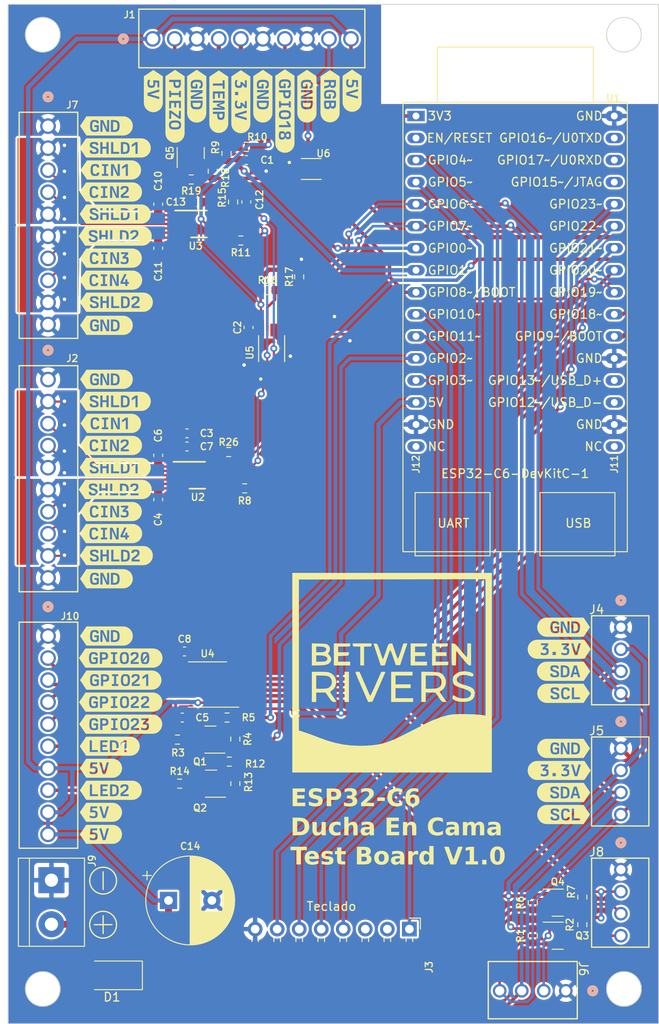
<source format=kicad_pcb>
(kicad_pcb (version 20221018) (generator pcbnew)
  (layers (0 "F.Cu" signal) (31 "B.Cu" signal) (34 "B.Paste" user) (35 "F.Paste" user) (36 "B.SilkS" user "B.Silkscreen") (37 "F.SilkS" user "F.Silkscreen") (38 "B.Mask" user) (39 "F.Mask" user) (44 "Edge.Cuts" user))
  (net 0 "")
  (net 2 "GPIO2")
  (net 3 "GPIO1")
  (net 4 "GPIO0")
  (net 5 "GPIO8")
  (net 6 "GPIO16")
  (net 7 "GPIO17")
  (net 8 "GPIO15")
  (net 9 "GPIO13")
  (net 12 "GPIO12")
  (net 13 "GPIO23")
  (net 14 "GPIO22")
  (net 15 "GPIO21")
  (net 16 "GPIO20")
  (net 17 "GPIO19")
  (net 18 "GPIO18")
  (net 19 "GPIO9")
  (net 20 "GPIO4")
  (net 21 "GPIO11")
  (net 22 "GPIO5")
  (net 23 "GPIO10")
  (net 24 "GND")
  (net 25 "+3.3V")
  (net 26 "Net-(Q1-G)")
  (net 27 "Net-(Q1-D)")
  (net 28 "Net-(Q2-G)")
  (net 29 "Net-(Q2-D)")
  (net 30 "+5V")
  (net 31 "Net-(J2-Pin_3)")
  (net 32 "Net-(J2-Pin_4)")
  (net 33 "Net-(J2-Pin_7)")
  (net 34 "Net-(J2-Pin_8)")
  (net 35 "Net-(J10-Pin_2)")
  (net 36 "Net-(J10-Pin_3)")
  (net 37 "Net-(J10-Pin_4)")
  (net 38 "Net-(J10-Pin_5)")
  (net 41 "GPIO3")
  (net 42 "LED_1")
  (net 43 "LED_2")
  (net 45 "SDA")
  (net 46 "SCL")
  (net 48 "Net-(J7-Pin_3)")
  (net 49 "Net-(J7-Pin_4)")
  (net 50 "Net-(J7-Pin_7)")
  (net 51 "Net-(J7-Pin_8)")
  (net 52 "SDA_5V")
  (net 53 "SCL_5V")
  (net 54 "SDA_1")
  (net 55 "SDA_2")
  (net 56 "SCL_2")
  (net 57 "SCL_1")
  (net 58 "Net-(D1-A)")
  (net 59 "Piezo")
  (net 60 "Net-(J1-Pin_4)")
  (net 61 "RGB")
  (net 62 "Net-(Q5-G)")
  (net 63 "/SHLD2_2")
  (net 64 "/SHLD1_2")
  (net 65 "/SHLD1_3")
  (net 66 "/SHLD2_3")
  (net 67 "GPIO")
  (footprint "kibuzzard-65B00279" (layer "F.Cu") (at 61.849 61.595)
    (fp_text reference "kibuzzard-65B00279" hide)
    (fp_text value "G***" hide)
  )
  (footprint "kibuzzard-65B002CD" (layer "F.Cu") (at 61.849 74.295)
    (fp_text reference "kibuzzard-65B002CD" hide)
    (fp_text value "G***" hide)
  )
  (footprint "Resistor_SMD:R_0603_1608Metric" (layer "F.Cu") (at 76.2 127.191 -90)
    (fp_text reference "R4")
    (fp_text value "10k")
  )
  (footprint "kibuzzard-65B133F1" (layer "F.Cu") (at 114.046 119.38)
    (fp_text reference "kibuzzard-65B133F1" hide)
    (fp_text value "G***" hide)
  )
  (footprint "Capacitor_SMD:C_0603_1608Metric" (layer "F.Cu") (at 70.625 93.472 180)
    (fp_text reference "C7")
    (fp_text value "1uF")
  )
  (footprint "Capacitor_SMD:C_0603_1608Metric" (layer "F.Cu") (at 70.091 124.714)
    (fp_text reference "C5")
    (fp_text value "100nF")
  )
  (footprint "Package_TO_SOT_SMD:SOT-23" (layer "F.Cu") (at 73.406 132.334 180)
    (fp_text reference "Q2")
    (fp_text value "2N7002")
  )
  (footprint "kibuzzard-65B0029D" (layer "F.Cu") (at 61.849 93.345)
    (fp_text reference "kibuzzard-65B0029D" hide)
    (fp_text value "G***" hide)
  )
  (footprint "Resistor_SMD:R_0603_1608Metric" (layer "F.Cu") (at 75.946 65.278 90)
    (fp_text reference "R15")
    (fp_text value "5k1")
  )
  (footprint "kibuzzard-65B00279" (layer "F.Cu") (at 61.849 90.805)
    (fp_text reference "kibuzzard-65B00279" hide)
    (fp_text value "G***" hide)
  )
  (footprint "kibuzzard-65B00E41" (layer "F.Cu") (at 81.915 54.8 -90)
    (fp_text reference "kibuzzard-65B00E41" hide)
    (fp_text value "G***" hide)
  )
  (footprint "Package_SO:TSSOP-14_4.4x5mm_P0.65mm" (layer "F.Cu") (at 72.9996 120.904 180)
    (fp_text reference "U4")
    (fp_text value "TXB0104PW")
  )
  (footprint "Resistor_SMD:R_0603_1608Metric" (layer "F.Cu") (at 69.787 132.334)
    (fp_text reference "R14")
    (fp_text value "680R")
  )
  (footprint "kibuzzard-65B0038A" (layer "F.Cu") (at 62.992 125.476)
    (fp_text reference "kibuzzard-65B0038A" hide)
    (fp_text value "G***" hide)
  )
  (footprint "Package_TO_SOT_SMD:SOT-23" (layer "F.Cu") (at 73.3275 127.254 180)
    (fp_text reference "Q1")
    (fp_text value "2N7002")
  )
  (footprint "kibuzzard-65B001B5" (layer "F.Cu") (at 89.662 52.451 -90)
    (fp_text reference "kibuzzard-65B001B5" hide)
    (fp_text value "G***" hide)
  )
  (footprint "kibuzzard-65B001B5" (layer "F.Cu") (at 60.706 135.636)
    (fp_text reference "kibuzzard-65B001B5" hide)
    (fp_text value "G***" hide)
  )
  (footprint "Capacitor_SMD:C_0603_1608Metric" (layer "F.Cu") (at 77.47 65.278 -90)
    (fp_text reference "C12")
    (fp_text value "100nF")
  )
  (footprint "kibuzzard-65B003C5" (layer "F.Cu") (at 62.992 120.396)
    (fp_text reference "kibuzzard-65B003C5" hide)
    (fp_text value "G***" hide)
  )
  (footprint "Package_TO_SOT_SMD:SOT-23" (layer "F.Cu") (at 113.3625 146.05)
    (fp_text reference "Q4")
    (fp_text value "2N7002")
  )
  (footprint "Capacitor_SMD:C_0603_1608Metric" (layer "F.Cu") (at 77.724 79.743 -90)
    (fp_text reference "C2")
    (fp_text value "100nF")
  )
  (footprint "kibuzzard-65B001C6" (layer "F.Cu") (at 79.375 53.086 -90)
    (fp_text reference "kibuzzard-65B001C6" hide)
    (fp_text value "G***" hide)
  )
  (footprint "kibuzzard-65B0025A" (layer "F.Cu") (at 62.357 66.675)
    (fp_text reference "kibuzzard-65B0025A" hide)
    (fp_text value "G***" hide)
  )
  (footprint "kibuzzard-65B133EB" (layer "F.Cu") (at 114.046 135.89)
    (fp_text reference "kibuzzard-65B133EB" hide)
    (fp_text value "G***" hide)
  )
  (footprint "kibuzzard-65B133F5" (layer "F.Cu") (at 113.538 130.81)
    (fp_text reference "kibuzzard-65B133F5" hide)
    (fp_text value "G***" hide)
  )
  (footprint "kibuzzard-65B001C6" (layer "F.Cu") (at 61.341 115.316)
    (fp_text reference "kibuzzard-65B001C6" hide)
    (fp_text value "G***" hide)
  )
  (footprint "kibuzzard-65B002B4" (layer "F.Cu") (at 62.357 98.425)
    (fp_text reference "kibuzzard-65B002B4" hide)
    (fp_text value "G***" hide)
  )
  (footprint "ducha:CONN_OSTVN10A150_OST" (layer "F.Cu") (at 54.61 115.316 -90)
    (fp_text reference "J10")
    (fp_text value "Screw_Terminal_01x10")
  )
  (footprint "Capacitor_SMD:C_0603_1608Metric" (layer "F.Cu") (at 67.31 65.532 90)
    (fp_text reference "C10")
    (fp_text value "51pF")
  )
  (footprint "kibuzzard-65B115E3" (layer "F.Cu") (at 74.295 53.721 -90)
    (fp_text reference "kibuzzard-65B115E3" hide)
    (fp_text value "G***" hide)
  )
  (footprint "kibuzzard-65B00352" (layer "F.Cu") (at 61.849 133.096)
    (fp_text reference "kibuzzard-65B00352" hide)
    (fp_text value "G***" hide)
  )
  (footprint "Resistor_SMD:R_0603_1608Metric" (layer "F.Cu") (at 79.946 75.438 180)
    (fp_text reference "R16")
    (fp_text value "5k1")
  )
  (footprint "kibuzzard-65B001C6" (layer "F.Cu") (at 61.341 85.725)
    (fp_text reference "kibuzzard-65B001C6" hide)
    (fp_text value "G***" hide)
  )
  (footprint "ducha:CONN_22-23-2041_MOL" (layer "F.Cu") (at 120.65 114.3 -90)
    (fp_text reference "J4")
    (fp_text value "Conn_01x04_Socket")
  )
  (footprint "Capacitor_SMD:C_0603_1608Metric" (layer "F.Cu") (at 77.47 60.452)
    (fp_text reference "C1")
    (fp_text value "100nF")
  )
  (footprint "Resistor_SMD:R_0603_1608Metric" (layer "F.Cu") (at 76.835 69.723 180)
    (fp_text reference "R11")
    (fp_text value "5k1")
  )
  (footprint "kibuzzard-65B003CB" (layer "F.Cu") (at 62.992 117.856)
    (fp_text reference "kibuzzard-65B003CB" hide)
    (fp_text value "G***" hide)
  )
  (footprint "Resistor_SMD:R_0603_1608Metric" (layer "F.Cu") (at 75.184 59.69 90)
    (fp_text reference "R9")
    (fp_text value "10k")
  )
  (footprint "kibuzzard-65B002CD" (layer "F.Cu") (at 61.849 103.505)
    (fp_text reference "kibuzzard-65B002CD" hide)
    (fp_text value "G***" hide)
  )
  (footprint "Resistor_SMD:R_0603_1608Metric" (layer "F.Cu") (at 69.533 127.254)
    (fp_text reference "R3")
    (fp_text value "680R")
  )
  (footprint "Package_TO_SOT_SMD:SOT-23" (layer "F.Cu") (at 71.059 59.6415 90)
    (fp_text reference "Q5")
    (fp_text value "2N7002")
  )
  (footprint "Resistor_SMD:R_0603_1608Metric" (layer "F.Cu") (at 75.438 94.107 180)
    (fp_text reference "R26")
    (fp_text value "5k1")
  )
  (footprint "kibuzzard-65B001C6" (layer "F.Cu") (at 71.75 53.086 -90)
    (fp_text reference "kibuzzard-65B001C6" hide)
    (fp_text value "G***" hide)
  )
  (footprint "ducha:bet_rivers_logo" (layer "F.Cu") (at 94.234 119.507)
    (fp_text reference "G***" hide)
    (fp_text value "LOGO" hide)
  )
  (footprint "kibuzzard-65B0025A" (layer "F.Cu") (at 62.357 95.885)
    (fp_text reference "kibuzzard-65B0025A" hide)
    (fp_text value "G***" hide)
  )
  (footprint "Resistor_SMD:R_0603_1608Metric" (layer "F.Cu") (at 116.205 148.59 90)
    (fp_text reference "R2")
    (fp_text value "10k")
  )
  (footprint "kibuzzard-65B002B4" (layer "F.Cu") (at 62.357 69.215)
    (fp_text reference "kibuzzard-65B002B4" hide)
    (fp_text value "G***" hide)
  )
  (footprint "kibuzzard-65B002B4" (layer "F.Cu") (at 62.484 76.835)
    (fp_text reference "kibuzzard-65B002B4" hide)
    (fp_text value "G***" hide)
  )
  (footprint "ducha:CONN_22-23-2041_MOL" (layer "F.Cu") (at 120.65 128.27 -90)
    (fp_text reference "J5")
    (fp_text value "Conn_01x04_Socket")
  )
  (footprint "Resistor_SMD:R_0603_1608Metric" (layer "F.Cu") (at 110.49 146.05 90)
    (fp_text reference "R6")
    (fp_text value "10k")
  )
  (footprint "kibuzzard-65B00375" (layer "F.Cu") (at 61.722 128.016)
    (fp_text reference "kibuzzard-65B00375" hide)
    (fp_text value "G***" hide)
  )
  (footprint "Resistor_SMD:R_0603_1608Metric" (layer "F.Cu") (at 83.566 73.914 90)
    (fp_text reference "R17")
    (fp_text value "5k1")
  )
  (footprint "Capacitor_THT:CP_Radial_D10.0mm_P5.00mm" (layer "F.Cu") (at 68.498323 145.796)
    (fp_text reference "C14")
    (fp_text value "C_Polarized")
  )
  (footprint "Package_TO_SOT_SMD:SOT-23" (layer "F.Cu") (at 113.3625 149.86)
    (fp_text reference "Q3")
    (fp_text value "2N7002")
  )
  (footprint "ducha:SOP50P310X90-8N" (layer "F.Cu") (at 84.955 61.48)
    (fp_text reference "U6")
    (fp_text value "TXB0102DCT")
  )
  (footprint "kibuzzard-65B115EB" (layer "F.Cu") (at 69.25 54.25 -90)
    (fp_text reference "kibuzzard-65B115EB" hide)
    (fp_text value "G***" hide)
  )
  (footprint "Connector_PinHeader_2.54mm:PinHeader_1x08_P2.54mm_Horizontal" (layer "F.Cu") (at 96.266 149.098 -90)
    (fp_text reference "J3")
    (fp_text value "Conn_01x08_Pin")
  )
  (footprint "ducha:CONN_OSTVN10A150_OST" (layer "F.Cu") (at 66.675 46.482)
    (fp_text reference "J1")
    (fp_text value "Screw_Terminal_01x10")
  )
  (footprint "Resistor_SMD:R_0603_1608Metric" (layer "F.Cu") (at 76.2 132.334 -90)
    (fp_text reference "R13")
    (fp_text value "10k")
  )
  (footprint "kibuzzard-65B001B5" (layer "F.Cu") (at 60.706 138.176)
    (fp_text reference "kibuzzard-65B001B5" hide)
    (fp_text value "G***" hide)
  )
  (footprint "kibuzzard-65B001B5" (layer "F.Cu") (at 60.706 130.556)
    (fp_text reference "kibuzzard-65B001B5" hide)
    (fp_text value "G***" hide)
  )
  (footprint "ducha:CONN_OSTVN10A150_OST" (layer "F.Cu") (at 54.61 56.5404 -90)
    (fp_text reference "J7")
    (fp_text value "Screw_Terminal_01x10")
  )
  (footprint "ducha:SOP50P490X110-10N" (layer "F.Cu") (at 80.384 82.192 90)
    (fp_text reference "U5")
    (fp_text value "TS3A24157DGSR")
  )
  (footprint "kibuzzard-65B001C6" (layer "F.Cu") (at 61.341 79.502)
    (fp_text reference "kibuzzard-65B001C6" hide)
    (fp_text value "G***" hide)
  )
  (footprint "Resistor_SMD:R_0603_1608Metric" (layer "F.Cu") (at 110.49 149.86 90)
    (fp_text reference "R1")
    (fp_text value "10k")
  )
  (footprint "Capacitor_SMD:C_0603_1608Metric" (layer "F.Cu") (at 70.625 91.948 180)
    (fp_text reference "C3")
    (fp_text value "100nF")
  )
  (footprint "Resistor_SMD:R_0603_1608Metric" (layer "F.Cu") (at 116.205 145.415 90)
    (fp_text reference "R7")
    (fp_text value "10k")
  )
  (footprint "kibuzzard-65B002B4" (layer "F.Cu") (at 62.484 106.045)
    (fp_text reference "kibuzzard-65B002B4" hide)
    (fp_text value "G***" hide)
  )
  (footprint "Resistor_SMD:R_0603_1608Metric" (layer "F.Cu") (at 73.599 61.7365 90)
    (fp_text reference "R18")
    (fp_text value "330k")
  )
  (footprint "kibuzzard-65B002E1" (layer "F.Cu") (at 61.849 100.965)
    (fp_text reference "kibuzzard-65B002E1" hide)
    (fp_text value "G***" hide)
  )
  (footprint "Capacitor_SMD:C_0603_1608Metric" (layer "F.Cu") (at 67.31 70.612 -90)
    (fp_text reference "C11")
    (fp_text value "51pF")
  )
  (footprint "kibuzzard-65B133D2" (layer "F.Cu") (at 114.046 114.3)
    (fp_text reference "kibuzzard-65B133D2" hide)
    (fp_text value "G***" hide)
  )
  (footprint "kibuzzard-65B0025A" (layer "F.Cu") (at 62.357 59.055)
    (fp_text reference "kibuzzard-65B0025A" hide)
    (fp_text value "G***" hide)
  )
  (footprint "kibuzzard-65B001C6" (layer "F.Cu") (at 61.341 56.515)
    (fp_text reference "kibuzzard-65B001C6" hide)
    (fp_text value "G***" hide)
  )
  (footprint "Resistor_SMD:R_0603_1608Metric" (layer "F.Cu") (at 77.28 98.298 180)
    (fp_text reference "R8")
    (fp_text value "5k1")
  )
  (footprint "Resistor_SMD:R_0603_1608Metric" (layer "F.Cu") (at 75.501 129.794 180)
    (fp_text reference "R12")
    (fp_text value "330k")
  )
  (footprint "Capacitor_SMD:C_0603_1608Metric" (layer "F.Cu") (at 67.31 94.488 90)
    (fp_text reference "C6")
    (fp_text value "51pF")
  )
  (footprint "ducha:DGS0010A_N" (layer "F.Cu") (at 72.009 67.818)
    (fp_text reference "U3")
    (fp_text value "FDC1004DGST")
  )
  (footprint "Resistor_SMD:R_0603_1608Metric" (layer "F.Cu") (at 77.47 58.928)
    (fp_text reference "R10")
    (fp_text value "5k1")
  )
  (footprint "PCM_Espressif:ESP32-C6-DevKitC-1" (layer "F.Cu") (at 97.028 55.372)
    (fp_text reference "U1")
    (fp_text value "ESP32-C6-DevKitC-1")
  )
  (footprint "Capacitor_SMD:C_0603_1608Metric" (layer "F.Cu") (at 67.31 99.581 -90)
    (fp_text reference "C4")
    (fp_text value "51pF")
  )
  (footprint "kibuzzard-65B133F1" (layer "F.Cu") (at 114.046 133.35)
    (fp_text reference "kibuzzard-65B133F1" hide)
    (fp_text value "G***" hide)
  )
  (footprint "Resistor_SMD:R_0603_1608Metric" (layer "F.Cu") (at 75.247 124.714 180)
    (fp_text reference "R5")
    (fp_text value "330k")
  )
  (footprint "TerminalBlock:TerminalBlock_bornier-2_P5.08mm" (layer "F.Cu") (at 55 143.46 -90)
    (fp_text reference "J9")
    (fp_text value "Screw_Terminal_01x02")
  )
  (footprint "kibuzzard-65B003BA" (layer "F.Cu") (at 62.992 122.936)
    (fp_text reference "kibuzzard-65B003BA" hide)
    (fp_text value "G***" hide)
  )
  (footprint "kibuzzard-65B002E1" (layer "F.Cu") (at 61.849 71.755)
    (fp_text reference "kibuzzard-65B002E1" hide)
    (fp_text value "G***" hide)
  )
  (footprint "kibuzzard-65B001B5" (layer "F.Cu") (at 66.75 52.5 -90)
    (fp_text reference "kibuzzard-65B001B5" hide)
    (fp_text value "G***" hide)
  )
  (footprint "ducha:CONN_22-23-2041_MOL" (layer "F.Cu") (at 120.65 142.24 -90)
    (fp_text reference "J8")
    (fp_text value "Conn_01x04_Socket")
  )
  (footprint "kibuzzard-65B0029D" (layer "F.Cu") (at 61.849 64.135)
    (fp_text reference "kibuzzard-65B0029D" hide)
    (fp_text value "G***" hide)
  )
  (footprint "kibuzzard-65B115FA" (layer "F.Cu") (at 76.835 53.721 -90)
    (fp_text reference "kibuzzard-65B115FA" hide)
    (fp_text value "G***" hide)
  )
  (footprint "Diode_SMD:D_SMA" (layer "F.Cu") (at 61.976 154.432 180)
    (fp_text reference "D1")
    (fp_text value "B140-13-F")
  )
  (footprint "kibuzzard-65B133D2" (layer "F.Cu") (at 114.046 128.27)
    (fp_text reference "kibuzzard-65B133D2" hide)
    (fp_text value "G***" hide)
  )
  (footprint "Resistor_SMD:R_0603_1608Metric" (layer "F.Cu") (at 71.122 62.6895 180)
    (fp_text reference "R19")
    (fp_text value "10k")
  )
  (footprint "kibuzzard-65B001C6" (layer "F.Cu") (at 84.455 53.086 -90)
    (fp_text reference "kibuzzard-65B001C6" hide)
    (fp_text value "G***" hide)
  )
  (footprint "kibuzzard-65B001C6" (layer "F.Cu") (at 61.341 108.712)
    (fp_text reference "kibuzzard-65B001C6" hide)
    (fp_text value "G***" hide)
  )
  (footprint "kibuzzard-65B133EB" (layer "F.Cu") (at 114.046 121.92)
    (fp_text reference "kibuzzard-65B133EB" hide)
    (fp_text value "G***" hide)
  )
  (footprint "ducha:CONN_22-23-2041_MOL" (layer "F.Cu") (at 114.3 156.21 180)
    (fp_text reference "J6")
    (fp_text value "Conn_01x04_Socket")
  )
  (footprint "ducha:DGS0010A_N" (layer "F.Cu") (at 71.815998 96.782001)
    (fp_text reference "U2")
    (fp_text value "FDC1004DGST")
  )
  (footprint "ducha:CONN_OSTVN10A150_OST" (layer "F.Cu") (at 54.61 85.7504 -90)
    (fp_text reference "J2")
    (fp_text value "Screw_Terminal_01x10")
  )
  (footprint "Capacitor_SMD:C_0603_1608Metric" (layer "F.Cu") (at 70.345 117.094)
    (fp_text reference "C8")
    (fp_text value "100nF")
  )
  (footprint "kibuzzard-65B001BD" (layer "F.Cu") (at 87.122 53.086 -90)
    (fp_text reference "kibuzzard-65B001BD" hide)
    (fp_text value "G***" hide)
  )
  (footprint "kibuzzard-65B0025A" (layer "F.Cu") (at 62.357 88.265)
    (fp_text reference "kibuzzard-65B0025A" hide)
    (fp_text value "G***" hide)
  )
  (footprint "kibuzzard-65B133F5" (layer "F.Cu") (at 113.538 116.84)
    (fp_text reference "kibuzzard-65B133F5" hide)
    (fp_text value "G***" hide)
  )
  (footprint "Capacitor_SMD:C_0603_1608Metric" (layer "F.Cu") (at 71.882 65.278 180)
    (fp_text reference "C13")
    (fp_text value "1uF")
  )
  (gr_line (start 60.96 147.574) (end 60.96 149.606) (stroke (width 0.15)) (layer "F.SilkS"))
  (gr_circle (center 60.96 148.59) (end 60.706 147.066) (stroke (width 0.15)) (fill none) (layer "F.SilkS"))
  (gr_circle (center 60.96 143.51) (end 60.706 141.986) (stroke (width 0.15)) (fill none) (layer "F.SilkS"))
  (gr_line (start 60.96 142.494) (end 60.96 144.526) (stroke (width 0.15)) (layer "F.SilkS"))
  (gr_line (start 59.944 148.59) (end 61.976 148.59) (stroke (width 0.15)) (layer "F.SilkS"))
  (gr_circle (center 121 156) (end 121 158) (stroke (width 0.1)) (fill none) (layer "Edge.Cuts"))
  (gr_circle (center 54 46) (end 54 48) (stroke (width 0.1)) (fill none) (layer "Edge.Cuts"))
  (gr_circle (center 54 156) (end 54 158) (stroke (width 0.1)) (fill none) (layer "Edge.Cuts"))
  (gr_circle (center 121 46) (end 121 48) (stroke (width 0.1)) (fill none) (layer "Edge.Cuts"))
  (gr_line (start 125 42.5) (end 50 42.5) (stroke (width 0.1)) (layer "Edge.Cuts"))
  (gr_line (start 50 160) (end 125 160) (stroke (width 0.1)) (layer "Edge.Cuts"))
  (gr_line (start 50 42.5) (end 50 160) (stroke (width 0.1)) (layer "Edge.Cuts"))
  (gr_line (start 125 160) (end 125 42.5) (stroke (width 0.1)) (layer "Edge.Cuts"))
  (gr_text "J12\n" (at 97.028 95.504 90) (layer "F.SilkS") (effects (font (size 0.8 0.8))))
  (gr_text "J11" (at 119.888 95.504 90) (layer "F.SilkS") (effects (font (size 0.8 0.8))))
  (gr_text "Teclado" (at 84.328 147.066) (layer "F.SilkS") (effects (font (size 1 1)) (justify left bottom)))
  (gr_text "ESP32-C6\nDucha En Cama\nTest Board V1.0" (at 82.55 141.986) (layer "F.SilkS") (effects (font (size 2 2)) (justify left bottom)))
  (segment (start 77.978 129.794) (end 81.026 126.746) (width 0.4) (layer "F.Cu") (net 2))
  (segment (start 76.25 129.87) (end 76.326 129.794) (width 0.4) (layer "F.Cu") (net 2))
  (segment (start 76.326 129.794) (end 77.978 129.794) (width 0.4) (layer "F.Cu") (net 2))
  (segment (start 76.25 131.459) (end 76.25 129.87) (width 0.4) (layer "F.Cu") (net 2))
  (segment (start 96.266 83.312) (end 97.028 83.312) (width 0.4) (layer "F.Cu") (net 2))
  (segment (start 76.2 131.509) (end 76.25 131.459) (width 0.4) (layer "F.Cu") (net 2))
  (via (at 81.026 126.746) (size 0.8) (drill 0.4) (layers "F.Cu" "B.Cu") (net 2))
  (segment (start 89.408 83.312) (end 97.028 83.312) (width 0.4) (layer "B.Cu") (net 2))
  (segment (start 89.154 83.566) (end 89.408 83.312) (width 0.4) (layer "B.Cu") (net 2))
  (segment (start 81.28 126.492) (end 81.28 116.332) (width 0.4) (layer "B.Cu") (net 2))
  (segment (start 81.026 126.746) (end 81.28 126.492) (width 0.4) (layer "B.Cu") (net 2))
  (segment (start 88.392 109.22) (end 88.392 84.328) (width 0.4) (layer "B.Cu") (net 2))
  (segment (start 88.392 84.328) (end 89.154 83.566) (width 0.4) (layer "B.Cu") (net 2))
  (segment (start 81.28 116.332) (end 88.392 109.22) (width 0.4) (layer "B.Cu") (net 2))
  (segment (start 75.247 60.452) (end 75.184 60.515) (width 0.5) (layer "F.Cu") (net 3))
  (segment (start 76.695 61.201) (end 77.216 61.722) (width 0.5) (layer "F.Cu") (net 3))
  (segment (start 76.695 60.452) (end 75.247 60.452) (width 0.5) (layer "F.Cu") (net 3))
  (segment (start 76.695 60.452) (end 76.695 61.201) (width 0.5) (layer "F.Cu") (net 3))
  (via (at 77.216 61.722) (size 0.8) (drill 0.4) (layers "F.Cu" "B.Cu") (net 3))
  (segment (start 77.216 61.722) (end 88.646 73.152) (width 0.5) (layer "B.Cu") (net 3))
  (segment (start 88.646 73.152) (end 97.028 73.152) (width 0.5) (layer "B.Cu") (net 3))
  (segment (start 79.7075 62.5615) (end 73.599 62.5615) (width 0.4) (layer "F.Cu") (net 4))
  (segment (start 72.581 62.6895) (end 72.709 62.5615) (width 0.4) (layer "F.Cu") (net 4))
  (segment (start 87.758 70.612) (end 79.7075 62.5615) (width 0.4) (layer "F.Cu") (net 4))
  (segment (start 88.011 70.612) (end 87.758 70.612) (width 0.4) (layer "F.Cu") (net 4))
  (segment (start 71.947 62.6895) (end 72.581 62.6895) (width 0.4) (layer "F.Cu") (net 4))
  (segment (start 72.709 62.5615) (end 73.599 62.5615) (width 0.4) (layer "F.Cu") (net 4))
  (via (at 88.011 70.612) (size 0.8) (drill 0.4) (layers "F.Cu" "B.Cu") (net 4))
  (segment (start 88.011 70.612) (end 97.028 70.612) (width 0.4) (layer "B.Cu") (net 4))
  (segment (start 93.98 73.914) (end 95.758 75.692) (width 0.4) (layer "F.Cu") (net 5))
  (segment (start 95.758 75.692) (end 97.028 75.692) (width 0.4) (layer "F.Cu") (net 5))
  (segment (start 84.546 62.575) (end 93.98 72.009) (width 0.4) (layer "F.Cu") (net 5))
  (segment (start 93.98 72.009) (end 93.98 73.914) (width 0.4) (layer "F.Cu") (net 5))
  (segment (start 84.201 62.23) (end 84.546 62.575) (width 0.3) (layer "F.Cu") (net 5))
  (segment (start 83.55 62.23) (end 84.201 62.23) (width 0.3) (layer "F.Cu") (net 5))
  (segment (start 113.665 88.9) (end 110.49 92.075) (width 0.4) (layer "F.Cu") (net 13))
  (segment (start 110.49 92.075) (end 110.49 105.41) (width 0.4) (layer "F.Cu") (net 13))
  (segment (start 93.696 122.204) (end 75.8621 122.204) (width 0.4) (layer "F.Cu") (net 13))
  (segment (start 110.49 105.41) (end 93.696 122.204) (width 0.4) (layer "F.Cu") (net 13))
  (via (at 113.665 88.9) (size 0.8) (drill 0.4) (layers "F.Cu" "B.Cu") (net 13))
  (segment (start 113.665 71.755) (end 119.888 65.532) (width 0.4) (layer "B.Cu") (net 13))
  (segment (start 113.665 88.9) (end 113.665 71.755) (width 0.4) (layer "B.Cu") (net 13))
  (segment (start 93.076 121.554) (end 75.8621 121.554) (width 0.4) (layer "F.Cu") (net 14))
  (segment (start 109.22 90.28) (end 109.22 105.41) (width 0.4) (layer "F.Cu") (net 14))
  (segment (start 114.935 84.565) (end 109.22 90.28) (width 0.4) (layer "F.Cu") (net 14))
  (segment (start 109.22 105.41) (end 93.076 121.554) (width 0.4) (layer "F.Cu") (net 14))
  (via (at 114.935 84.565) (size 0.8) (drill 0.4) (layers "F.Cu" "B.Cu") (net 14))
  (segment (start 114.935 84.565) (end 114.935 73.025) (width 0.4) (layer "B.Cu") (net 14))
  (segment (start 114.935 73.025) (end 119.888 68.072) (width 0.4) (layer "B.Cu") (net 14))
  (segment (start 116.2245 79.7755) (end 107.95 88.05) (width 0.4) (layer "F.Cu") (net 15))
  (segment (start 107.95 88.05) (end 107.95 105.41) (width 0.4) (layer "F.Cu") (net 15))
  (segment (start 107.95 105.41) (end 92.456 120.904) (width 0.4) (layer "F.Cu") (net 15))
  (segment (start 92.456 120.904) (end 75.8621 120.904) (width 0.4) (layer "F.Cu") (net 15))
  (via (at 116.2245 79.7755) (size 0.8) (drill 0.4) (layers "F.Cu" "B.Cu") (net 15))
  (segment (start 116.2245 79.7755) (end 116.205 79.756) (width 0.4) (layer "B.Cu") (net 15))
  (segment (start 116.205 79.756) (end 116.205 74.295) (width 0.4) (layer "B.Cu") (net 15))
  (segment (start 116.205 74.295) (end 119.888 70.612) (width 0.4) (layer "B.Cu") (net 15))
  (segment (start 106.68 105.41) (end 106.68 86.36) (width 0.4) (layer "F.Cu") (net 16))
  (segment (start 106.68 86.36) (end 119.888 73.152) (width 0.4) (layer "F.Cu") (net 16))
  (segment (start 91.836 120.254) (end 106.68 105.41) (width 0.4) (layer "F.Cu") (net 16))
  (segment (start 75.8621 120.254) (end 91.836 120.254) (width 0.4) (layer "F.Cu") (net 16))
  (segment (start 94.742 76.962) (end 103.124 76.962) (width 0.3) (layer "F.Cu") (net 17))
  (segment (start 91.174 80.53) (end 94.742 76.962) (width 0.3) (layer "F.Cu") (net 17))
  (segment (start 80.384 80.042) (end 80.884 80.042) (width 0.3) (layer "F.Cu") (net 17))
  (segment (start 80.884 80.042) (end 80.884 80.905414) (width 0.3) (layer "F.Cu") (net 17))
  (segment (start 103.632 76.454) (end 113.919 76.454) (width 0.3) (layer "F.Cu") (net 17))
  (segment (start 81.639586 81.661) (end 83.693 81.661) (width 0.3) (layer "F.Cu") (net 17))
  (segment (start 83.693 81.661) (end 84.824 80.53) (width 0.3) (layer "F.Cu") (net 17))
  (segment (start 113.919 76.454) (end 116.205 74.168) (width 0.3) (layer "F.Cu") (net 17))
  (segment (start 84.824 80.53) (end 91.174 80.53) (width 0.3) (layer "F.Cu") (net 17))
  (segment (start 116.205 74.168) (end 117.602 74.168) (width 0.3) (layer "F.Cu") (net 17))
  (segment (start 80.884 80.905414) (end 81.639586 81.661) (width 0.3) (layer "F.Cu") (net 17))
  (segment (start 103.124 76.962) (end 103.632 76.454) (width 0.3) (layer "F.Cu") (net 17))
  (via (at 117.602 74.168) (size 0.8) (drill 0.4) (layers "F.Cu" "B.Cu") (net 17))
  (segment (start 117.602 74.168) (end 118.364 74.168) (width 0.3) (layer "B.Cu") (net 17))
  (segment (start 118.364 74.168) (end 119.888 75.692) (width 0.3) (layer "B.Cu") (net 17))
  (segment (start 121.666 77.47) (end 120.904 78.232) (width 0.4) (layer "F.Cu") (net 18))
  (segment (start 120.904 78.232) (end 119.888 78.232) (width 0.4) (layer "F.Cu") (net 18))
  (segment (start 121.666 72.644) (end 121.666 77.47) (width 0.4) (layer "F.Cu") (net 18))
  (segment (start 76.2 125.95) (end 76 125.75) (width 0.4) (layer "F.Cu") (net 18))
  (segment (start 76.2 126.366) (end 76.2 125.95) (width 0.4) (layer "F.Cu") (net 18))
  (segment (start 76 124.786) (end 76.072 124.714) (width 0.4) (layer "F.Cu") (net 18))
  (segment (start 103.378 72.644) (end 104.14 71.882) (width 0.4) (layer "F.Cu") (net 18))
  (segment (start 76.072 124.714) (end 80.264 124.714) (width 0.4) (layer "F.Cu") (net 18))
  (segment (start 104.14 71.882) (end 120.904 71.882) (width 0.4) (layer "F.Cu") (net 18))
  (segment (start 76 125.75) (end 76 124.786) (width 0.4) (layer "F.Cu") (net 18))
  (segment (start 120.904 71.882) (end 121.666 72.644) (width 0.4) (layer "F.Cu") (net 18))
  (via (at 103.378 72.644) (size 0.8) (drill 0.4) (layers "F.Cu" "B.Cu") (net 18))
  (via (at 80.264 124.714) (size 0.8) (drill 0.4) (layers "F.Cu" "B.Cu") (net 18))
  (segment (start 94.372628 74.295) (end 87.084 81.583629) (width 0.4) (layer "B.Cu") (net 18))
  (segment (start 103.378 72.644) (end 101.727 74.295) (width 0.4) (layer "B.Cu") (net 18))
  (segment (start 87.084 81.583629) (end 87.084 108.496) (width 0.4) (layer "B.Cu") (net 18))
  (segment (start 87.084 108.496) (end 80.264 115.316) (width 0.4) (layer "B.Cu") (net 18))
  (segment (start 101.727 74.295) (end 94.372628 74.295) (width 0.4) (layer "B.Cu") (net 18))
  (segment (start 80.264 115.316) (end 80.264 124.714) (width 0.4) (layer "B.Cu") (net 18))
  (segment (start 88.138 62.23) (end 88.773 62.865) (width 0.3) (layer "F.Cu") (net 19))
  (segment (start 86.36 62.23) (end 88.138 62.23) (width 0.3) (layer "F.Cu") (net 19))
  (segment (start 88.773 62.865) (end 95.25 69.342) (width 0.4) (layer "F.Cu") (net 19))
  (segment (start 122.936 71.775076) (end 120.502924 69.342) (width 0.5) (layer "F.Cu") (net 19))
  (segment (start 88.483 62.575) (end 88.773 62.865) (width 0.4) (layer "F.Cu") (net 19))
  (segment (start 122.936 78.74) (end 122.936 71.775076) (width 0.5) (layer "F.Cu") (net 19))
  (segment (start 120.502924 69.342) (end 95.25 69.342) (width 0.5) (layer "F.Cu") (net 19))
  (segment (start 119.888 80.772) (end 120.904 80.772) (width 0.5) (layer "F.Cu") (net 19))
  (segment (start 120.904 80.772) (end 122.936 78.74) (width 0.5) (layer "F.Cu") (net 19))
  (segment (start 96.266 149.098) (end 96.266 134.874) (width 0.4) (layer "B.Cu") (net 20))
  (segment (start 98.552 60.452) (end 97.028 60.452) (width 0.4) (layer "B.Cu") (net 20))
  (segment (start 96.266 134.874) (end 106.426 124.714) (width 0.4) (layer "B.Cu") (net 20))
  (segment (start 106.426 68.326) (end 98.552 60.452) (width 0.4) (layer "B.Cu") (net 20))
  (segment (start 106.426 124.714) (end 106.426 68.326) (width 0.4) (layer "B.Cu") (net 20))
  (segment (start 83.566 149.098) (end 83.566 140.208) (width 0.4) (layer "B.Cu") (net 21))
  (segment (start 101.092 122.682) (end 101.092 83.82) (width 0.4) (layer "B.Cu") (net 21))
  (segment (start 83.566 140.208) (end 101.092 122.682) (width 0.4) (layer "B.Cu") (net 21))
  (segment (start 101.092 83.82) (end 98.044 80.772) (width 0.4) (layer "B.Cu") (net 21))
  (segment (start 98.044 80.772) (end 97.028 80.772) (width 0.4) (layer "B.Cu") (net 21))
  (segment (start 104.394 124.714) (end 104.394 70.358) (width 0.4) (layer "B.Cu") (net 22))
  (segment (start 88.646 149.098) (end 88.646 140.462) (width 0.4) (layer "B.Cu") (net 22))
  (segment (start 88.646 140.462) (end 104.394 124.714) (width 0.4) (layer "B.Cu") (net 22))
  (segment (start 104.394 70.358) (end 97.028 62.992) (width 0.4) (layer "B.Cu") (net 22))
  (segment (start 102.108 82.296) (end 98.044 78.232) (width 0.4) (layer "B.Cu") (net 23))
  (segment (start 86.106 149.098) (end 86.106 140.716) (width 0.4) (layer "B.Cu") (net 23))
  (segment (start 98.044 78.232) (end 97.028 78.232) (width 0.4) (layer "B.Cu") (net 23))
  (segment (start 102.108 124.714) (end 102.108 82.296) (width 0.4) (layer "B.Cu") (net 23))
  (segment (start 86.106 140.716) (end 102.108 124.714) (width 0.4) (layer "B.Cu") (net 23))
  (segment (start 81.4 84.326) (end 81.384 84.342) (width 0.25) (layer "F.Cu") (net 24))
  (via (at 83.82 71.882) (size 0.8) (drill 0.4) (layers "F.Cu" "B.Cu") (net 24))
  (via (at 89.408 81.28) (size 0.8) (drill 0.4) (layers "F.Cu" "B.Cu") (net 24))
  (via (at 82.55 83.058) (size 0.8) (drill 0.4) (layers "F.Cu" "B.Cu") (net 24))
  (via (at 79.756 61.722) (size 0.8) (drill 0.4) (layers "F.Cu" "B.Cu") (net 24))
  (via (at 77.216 84.074) (size 0.8) (drill 0.4) (layers "F.Cu" "B.Cu") (net 24))
  (via (at 87.63 78.486) (size 0.8) (drill 0.4) (layers "F.Cu" "B.Cu") (net 24))
  (segment (start 67.818 117.602) (end 67.818 109.728) (width 0.3) (layer "F.Cu") (net 25))
  (segment (start 76.226 78.968) (end 71.4 83.794) (width 0.25) (layer "F.Cu") (net 25))
  (segment (start 72.898 65.278) (end 73.914 65.278) (width 0.25) (layer "F.Cu") (net 25))
  (segment (start 77.153 64.516) (end 77.216 64.453) (width 0.25) (layer "F.Cu") (net 25))
  (segment (start 80.073 73.089) (end 79.121 74.041) (width 0.5) (layer "F.Cu") (net 25))
  (segment (start 80.391 60.452) (end 78.867 58.928) (width 0.4) (layer "F.Cu") (net 25))
  (segment (start 73.160001 96.782001) (end 72.263 95.885) (width 0.3) (layer "F.Cu") (net 25))
  (segment (start 79.121 74.041) (end 79.121 75.438) (width 0.5) (layer "F.Cu") (net 25))
  (segment (start 78.295 58.928) (end 79.756 58.928) (width 0.4) (layer "F.Cu") (net 25))
  (segment (start 88.892 61.73) (end 88.9 61.722) (width 0.3) (layer "F.Cu") (net 25))
  (segment (start 79.756 58.928) (end 80.01 58.674) (width 0.4) (layer "F.Cu") (net 25))
  (segment (start 112.425 145.1) (end 110.615 145.1) (width 0.3) (layer "F.Cu") (net 25))
  (segment (start 75.311 67.818) (end 76.073 68.58) (width 0.25) (layer "F.Cu") (net 25))
  (segment (start 86.36 61.73) (end 88.892 61.73) (width 0.3) (layer "F.Cu") (net 25))
  (segment (start 72.25 67.25) (end 72.25 65.926) (width 0.25) (layer "F.Cu") (net 25))
  (segment (start 81.255 61.73) (end 81.0095 61.4845) (width 0.3) (layer "F.Cu") (net 25))
  (segment (start 74.676 64.516) (end 75.692 64.516) (width 0.25) (layer "F.Cu") (net 25))
  (segment (start 71.4 93.625) (end 72.263 94.488) (width 0.3) (layer "F.Cu") (net 25))
  (segment (start 74.486 94.234) (end 74.613 94.107) (width 0.3) (layer "F.Cu") (net 25))
  (segment (start 69.088 118.872) (end 67.818 117.602) (width 0.3) (layer "F.Cu") (net 25))
  (segment (start 71.202 118.954) (end 70.1371 118.954) (width 0.4) (layer "F.Cu") (net 25))
  (segment (start 72.263 94.488) (end 72.517 94.234) (width 0.3) (layer "F.Cu") (net 25))
  (segment (start 77.724 78.968) (end 76.226 78.968) (width 0.25) (layer "F.Cu") (net 25))
  (segment (start 72.25 65.926) (end 72.898 65.278) (width 0.25) (layer "F.Cu") (net 25))
  (segment (start 76.835 46.482) (end 76.835 54.229) (width 0.5) (layer "F.Cu") (net 25))
  (segment (start 72.517 94.234) (end 74.486 94.234) (width 0.3) (layer "F.Cu") (net 25))
  (segment (start 79.121 75.438) (end 79.121 77.0815) (width 0.3) (layer "F.Cu") (net 25))
  (segment (start 110.427 145.288) (end 110.49 145.225) (width 0.4) (layer "F.Cu") (net 25))
  (segment (start 74.7246 122.4766) (end 71.202 118.954) (width 0.4) (layer "F.Cu") (net 25))
  (segment (start 110.615 145.1) (end 110.49 145.225) (width 0.3) (layer "F.Cu") (net 25))
  (segment (start 112.425 149.703) (end 112.268 149.86) (width 0.3) (layer "F.Cu") (net 25))
  (segment (start 79.1515 77.112) (end 79.1515 78.6735) (width 0.25) (layer "F.Cu") (net 25))
  (segment (start 83.566 73.089) (end 80.073 73.089) (width 0.5) (layer "F.Cu") (net 25))
  (segment (start 72.818 67.818) (end 72.25 67.25) (width 0.25) (layer "F.Cu") (net 25))
  (segment (start 112.425 148.91) (end 112.425 149.703) (width 0.3) (layer "F.Cu") (net 25))
  (segment (start 106.553 145.288) (end 107.696 145.288) (width 0.4) (layer "F.Cu") (net 25))
  (segment (start 76.454 101.092) (end 76.454 97.536) (width 0.3) (layer "F.Cu") (net 25))
  (segment (start 88.9 61.722) (end 95.25 55.372) (width 0.4) (layer "F.Cu") (net 25))
  (segment (start 80.391 60.866) (end 80.391 60.452) (width 0.4) (layer "F.Cu") (net 25))
  (segment (start 76.073 69.66) (end 76.01 69.723) (width 0.25) (layer "F.Cu") (net 25))
  (segment (start 88.646 61.73) (end 88.892 61.73) (width 0.4) (layer "F.Cu") (net 25))
  (segment (start 75.8621 122.854) (end 75.067493 122.854) (width 0.4) (layer "F.Cu") (net 25))
  (segment (start 83.55 61.73) (end 81.255 61.73) (width 0.3) (layer "F.Cu") (net 25))
  (segment (start 71.4 93.472) (end 71.4 93.625) (width 0.3) (layer "F.Cu") (net 25))
  (segment (start 76.835 54.229) (end 80.01 57.404) (width 0.5) (layer "F.Cu") (net 25))
  (segment (start 86.36 61.73) (end 83.55 61.73) (width 0.3) (layer "F.Cu") (net 25))
  (segment (start 70.1371 118.954) (end 69.17 118.954) (width 0.3) (layer "F.Cu") (net 25))
  (segment (start 75.067493 122.854) (end 74.7246 122.511107) (width 0.4) (layer "F.Cu") (net 25))
  (segment (start 76.454 97.536) (end 75.700001 96.782001) (width 0.3) (layer "F.Cu") (net 25))
  (segment (start 74.234002 67.818) (end 72.818 67.818) (width 0.25) (layer "F.Cu") (net 25))
  (segment (start 74.7246 122.511107) (end 74.7246 122.4766) (width 0.4) (layer "F.Cu") (net 25))
  (segment (start 79.1515 78.6735) (end 79.384 78.906) (width 0.25) (layer "F.Cu") (net 25))
  (segment (start 72.263 95.885) (end 72.263 94.488) (width 0.3) (layer "F.Cu") (net 25))
  (segment (start 108.141 149.035) (end 107.95 148.844) (width 0.3) (layer "F.Cu") (net 25))
  (segment (start 75.8621 122.854) (end 84.119 122.854) (width 0.4) (layer "F.Cu") (net 25))
  (segment (start 69.57 117.094) (end 69.088 117.576) (width 0.3) (layer "F.Cu") (net 25))
  (segment (start 110.615 148.91) (end 110.49 149.035) (width 0.3) (layer "F.Cu") (net 25))
  (segment (start 74.041 96.782001) (end 73.160001 96.782001) (width 0.3) (layer "F.Cu") (net 25))
  (segment (start 79.384 78.906) (end 79.384 80.042) (width 0.25) (layer "F.Cu") (net 25))
  (segment (start 80.01 57.404) (end 80.01 58.674) (width 0.5) (layer "F.Cu") (net 25))
  (segment (start 75.692 64.516) (end 77.153 64.516) (width 0.25) (layer "F.Cu") (net 25))
  (segment (start 76.073 68.58) (end 76.073 69.66) (width 0.25) (layer "F.Cu") (net 25))
  (segment (start 84.119 122.854) (end 106.553 145.288) (width 0.4) (layer "F.Cu") (net 25))
  (segment (start 67.818 109.728) (end 76.454 101.092) (width 0.3) (layer "F.Cu") (net 25))
  (segment (start 69.088 117.576) (end 69.088 118.872) (width 0.3) (layer "F.Cu") (net 25))
  (segment (start 112.425 148.91) (end 110.615 148.91) (width 0.3) (layer "F.Cu") (net 25))
  (segment (start 71.4 83.794) (end 71.4 91.948) (width 0.25) (layer "F.Cu") (net 25))
  (segment (start 81.0095 61.4845) (end 80.391 60.866) (width 0.4) (layer "F.Cu") (net 25))
  (segment (start 79.1515 78.6735) (end 78.0185 78.6735) (width 0.25) (layer "F.Cu") (net 25))
  (segment (start 69.17 118.954) (end 69.088 118.872) (width 0.3) (layer "F.Cu") (net 25))
  (segment (start 78.867 58.928) (end 78.295 58.928) (width 0.4) (layer "F.Cu") (net 25))
  (segment (start 73.914 65.278) (end 74.676 64.516) (width 0.25) (layer "F.Cu") (net 25))
  (segment (start 78.0185 78.6735) (end 77.724 78.968) (width 0.25) (layer "F.Cu") (net 25))
  (segment (start 95.25 55.372) (end 97.028 55.372) (width 0.4) (layer "F.Cu") (net 25))
  (segment (start 79.121 77.0815) (end 79.1515 77.112) (width 0.3) (layer "F.Cu") (net 25))
  (segment (start 74.234002 67.818) (end 75.311 67.818) (width 0.25) (layer "F.Cu") (net 25))
  (segment (start 107.696 145.288) (end 110.427 145.288) (width 0.4) (layer "F.Cu") (net 25))
  (segment (start 71.4 91.948) (end 71.4 93.472) (width 0.3) (layer "F.Cu") (net 25))
  (segment (start 75.700001 96.782001) (end 74.041 96.782001) (width 0.3) (layer "F.Cu") (net 25))
  (segment (start 110.49 149.035) (end 108.141 149.035) (width 0.3) (layer "F.Cu") (net 25))
  (via (at 72.25 67.25) (size 0.8) (drill 0.4) (layers "F.Cu" "B.Cu") (net 25))
  (via (at 107.696 145.288) (size 0.8) (drill 0.4) (layers "F.Cu" "B.Cu") (net 25))
  (via (at 80.01 58.674) (size 0.8) (drill 0.4) (layers "F.Cu" "B.Cu") (net 25))
  (via (at 107.95 148.844) (size 0.8) (drill 0.4) (layers "F.Cu" "B.Cu") (net 25))
  (via (at 79.1515 77.112) (size 0.8) (drill 0.4) (layers "F.Cu" "B.Cu") (net 25))
  (via (at 112.268 149.86) (size 0.8) (drill 0.4) (layers "F.Cu" "B.Cu") (net 25))
  (segment (start 112.268 149.86) (end 111.75 150.378) (width 0.3) (layer "B.Cu") (net 25))
  (segment (start 120.65 130.81) (end 107.696 143.764) (width 0.5) (layer "B.Cu") (net 25))
  (segment (start 123.444 128.016) (end 120.65 130.81) (width 0.5) (layer "B.Cu") (net 25))
  (segment (start 72.25 64.148) (end 72.25 67.25) (width 0.4) (layer "B.Cu") (net 25))
  (segment (start 77.724 58.674) (end 72.25 64.148) (width 0.4) (layer "B.Cu") (net 25))
  (segment (start 107.696 143.764) (end 107.696 145.288) (width 0.5) (layer "B.Cu") (net 25))
  (segment (start 72.25 70.2105) (end 79.1515 77.112) (width 0.25) (layer "B.Cu") (net 25))
  (segment (start 123.444 118.364) (end 123.444 128.016) (width 0.5) (layer "B.Cu") (net 25))
  (segment (start 72.25 67.25) (end 72.25 70.2105) (width 0.25) (layer "B.Cu") (net 25))
  (segment (start 120.65 116.84) (end 121.92 116.84) (width 0.5) (layer "B.Cu") (net 25))
  (segment (start 121.92 116.84) (end 123.444 118.364) (width 0.5) (layer "B.Cu") (net 25))
  (segment (start 111.75 150.378) (end 111.75 156.21) (width 0.3) (layer "B.Cu") (net 25))
  (segment (start 107.696 148.59) (end 107.696 145.288) (width 0.3) (layer "B.Cu") (net 25))
  (segment (start 80.01 58.674) (end 77.724 58.674) (width 0.4) (layer "B.Cu") (net 25))
  (segment (start 107.95 148.844) (end 107.696 148.59) (width 0.3) (layer "B.Cu") (net 25))
  (segment (start 75.642 128.016) (end 76.2 128.016) (width 0.4) (layer "F.Cu") (net 26))
  (segment (start 75.454 128.204) (end 75.642 128.016) (width 0.4) (layer "F.Cu") (net 26))
  (segment (start 74.265 128.204) (end 75.454 128.204) (width 0.4) (layer "F.Cu") (net 26))
  (segment (start 72.39 127.254) (end 70.358 127.254) (width 0.4) (layer "F.Cu") (net 27))
  (segment (start 76.2 133.159) (end 75.625 133.159) (width 0.4) (layer "F.Cu") (net 28))
  (segment (start 74.3435 133.284) (end 75.5 133.284) (width 0.4) (layer "F.Cu") (net 28))
  (segment (start 75.625 133.159) (end 75.5 133.284) (width 0.4) (layer "F.Cu") (net 28))
  (segment (start 70.612 132.334) (end 72.4685 132.334) (width 0.4) (layer "F.Cu") (net 29))
  (segment (start 118.364 144.78) (end 120.65 144.78) (width 0.3) (layer "F.Cu") (net 30))
  (segment (start 118.364 144.78) (end 116.395 144.78) (width 0.3) (layer "F.Cu") (net 30))
  (segment (start 69.316 122.962) (end 69.424 122.854) (width 0.3) (layer "F.Cu") (net 30))
  (segment (start 95.821 124.206) (end 88.392 124.206) (width 0.5) (layer "F.Cu") (net 30))
  (segment (start 69.316 124.714) (end 69.316 122.962) (width 0.3) (layer "F.Cu") (net 30))
  (segment (start 118.301 147.765) (end 116.205 147.765) (width 0.4) (layer "F.Cu") (net 30))
  (segment (start 116.395 144.78) (end 116.205 144.59) (width 0.3) (layer "F.Cu") (net 30))
  (segment (start 82.55 123.698) (end 83.058 124.206) (width 0.3) (layer "F.Cu") (net 30))
  (segment (start 74.93 123.698) (end 82.55 123.698) (width 0.3) (layer "F.Cu") (net 30))
  (segment (start 87.700528 61.23) (end 89.535 59.395528) (width 0.3) (layer "F.Cu") (net 30))
  (segment (start 71.736 122.854) (end 70.1371 122.854) (width 0.3) (layer "F.Cu") (net 30))
  (segment (start 118.364 147.828) (end 118.301 147.765) (width 0.4) (layer "F.Cu") (net 30))
  (segment (start 68.498323 147.433677) (end 68.498323 145.796) (width 0.8) (layer "F.Cu") (net 30))
  (segment (start 63.976 151.956) (end 68.498323 147.433677) (width 0.8) (layer "F.Cu") (net 30))
  (segment (start 63.976 154.432) (end 63.976 151.956) (width 0.8) (layer "F.Cu") (net 30))
  (segment (start 116.205 144.59) (end 95.821 124.206) (width 0.5) (layer "F.Cu") (net 30))
  (segment (start 71.882 123) (end 71.736 122.854) (width 0.3) (layer "F.Cu") (net 30))
  (segment (start 89.535 59.395528) (end 89.535 46.482) (width 0.4) (layer "F.Cu") (net 30))
  (segment (start 71.882 123) (end 74.232 123) (width 0.3) (layer "F.Cu") (net 30))
  (segment (start 86.36 61.23) (end 87.700528 61.23) (width 0.3) (layer "F.Cu") (net 30))
  (segment (start 69.424 122.854) (end 70.1371 122.854) (width 0.3) (layer "F.Cu") (net 30))
  (segment (start 74.232 123) (end 74.93 123.698) (width 0.3) (layer "F.Cu") (net 30))
  (via (at 118.364 147.828) (size 0.8) (drill 0.4) (layers "F.Cu" "B.Cu") (net 30))
  (via (at 71.882 123) (size 0.8) (drill 0.4) (layers "F.Cu" "B.Cu") (net 30))
  (via (at 83.058 124.206) (size 0.8) (drill 0.4) (layers "F.Cu" "B.Cu") (net 30))
  (via (at 88.392 124.206) (size 0.8) (drill 0.4) (layers "F.Cu" "B.Cu") (net 30))
  (via (at 118.364 144.78) (size 0.8) (drill 0.4) (layers "F.Cu" "B.Cu") (net 30))
  (segment (start 53.086 130.556) (end 52.324 129.794) (width 0.5) (layer "B.Cu") (net 30))
  (segment (start 54.61 135.636) (end 56.134 135.636) (width 0.5) (layer "B.Cu") (net 30))
  (segment (start 57.404 134.366) (end 57.404 130.556) (width 0.5) (layer "B.Cu") (net 30))
  (segment (start 71.882 123) (end 71.818 122.936) (width 0.5) (layer "B.Cu") (net 30))
  (segment (start 52.324 52.07) (end 57.912 46.482) (width 0.5) (layer "B.Cu") (net 30))
  (segment (start 83.206 124.206) (end 88.392 124.206) (width 0.5) (layer "B.Cu") (net 30))
  (segment (start 66.675 46.482) (end 68.961 44.196) (width 0.5) (layer "B.Cu") (net 30))
  (segment (start 66.802 145.796) (end 68.498323 145.796) (width 0.5) (layer "B.Cu") (net 30))
  (segment (start 92.71 110.744) (end 92.71 90.932) (width 0.5) (layer "B.Cu") (net 30))
  (segment (start 59.182 138.176) (end 66.802 145.796) (width 0.5) (layer "B.Cu") (net 30))
  (segment (start 95.25 88.392) (end 97.028 88.392) (width 0.5) (layer "B.Cu") (net 30))
  (segment (start 118.364 144.78) (end 118.364 147.828) (width 0.4) (layer "B.Cu") (net 30))
  (segment (start 57.912 46.482) (end 66.675 46.482) (width 0.5) (layer "B.Cu") (net 30))
  (segment (start 88.392 124.206) (end 88.392 115.062) (width 0.5) (layer "B.Cu") (net 30))
  (segment (start 71.818 122.936) (end 68.58 122.936) (width 0.5) (layer "B.Cu") (net 30))
  (segment (start 54.61 138.176) (end 59.182 138.176) (width 0.5) (layer "B.Cu") (net 30))
  (segment (start 52.324 129.794) (end 52.324 52.07) (width 0.5) (layer "B.Cu") (net 30))
  (segment (start 88.392 115.062) (end 92.71 110.744) (width 0.5) (layer "B.Cu") (net 30))
  (segment (start 56.134 135.636) (end 57.404 134.366) (width 0.5) (layer "B.Cu") (net 30))
  (segment (start 54.61 130.556) (end 53.086 130.556) (width 0.5) (layer "B.Cu") (net 30))
  (segment (start 68.961 44.196) (end 87.249 44.196) (width 0.5) (layer "B.Cu") (net 30))
  (segment (start 54.61 138.176) (end 54.61 135.636) (width 0.5) (layer "B.Cu") (net 30))
  (segment (start 60.96 130.556) (end 57.404 130.556) (width 0.5) (layer "B.Cu") (net 30))
  (segment (start 54.61 130.556) (end 57.404 130.556) (width 0.5) (layer "B.Cu") (net 30))
  (segment (start 92.71 90.932) (end 95.25 88.392) (width 0.5) (layer "B.Cu") (net 30))
  (segment (start 87.249 44.196) (end 89.535 46.482) (width 0.5) (layer "B.Cu") (net 30))
  (segment (start 68.58 122.936) (end 60.96 130.556) (width 0.5) (layer "B.Cu") (net 30))
  (segment (start 69.590999 96.281999) (end 60.061599 96.281999) (width 0.25) (layer "F.Cu") (net 31))
  (segment (start 60.061599 96.281999) (end 54.61 90.8304) (width 0.25) (layer "F.Cu") (net 31))
  (segment (start 69.590999 96.782001) (end 58.021601 96.782001) (width 0.25) (layer "F.Cu") (net 32))
  (segment (start 58.021601 96.782001) (end 54.61 93.3704) (width 0.25) (layer "F.Cu") (net 32))
  (segment (start 58.3184 97.282) (end 54.61 100.9904) (width 0.25) (layer "F.Cu") (net 33))
  (segment (start 69.590999 97.282) (end 58.3184 97.282) (width 0.25) (layer "F.Cu") (net 33))
  (segment (start 60.358398 97.782002) (end 54.61 103.5304) (width 0.25) (layer "F.Cu") (net 34))
  (segment (start 69.590999 97.782002) (end 60.358398 97.782002) (width 0.25) (layer "F.Cu") (net 34))
  (segment (start 56.754 120.254) (end 54.356 117.856) (width 0.4) (layer "F.Cu") (net 35))
  (segment (start 54.356 117.856) (end 54.61 117.856) (width 0.4) (layer "F.Cu") (net 35))
  (segment (start 70.1371 120.254) (end 56.754 120.254) (width 0.4) (layer "F.Cu") (net 35))
  (segment (start 55.118 120.904) (end 54.61 120.396) (width 0.4) (layer "F.Cu") (net 36))
  (segment (start 70.1371 120.904) (end 55.118 120.904) (width 0.4) (layer "F.Cu") (net 36))
  (segment (start 70.1371 121.554) (end 55.992 121.554) (width 0.4) (layer "F.Cu") (net 37))
  (segment (start 55.992 121.554) (end 54.61 122.936) (width 0.4) (layer "F.Cu") (net 37))
  (segment (start 70.1371 122.204) (end 57.882 122.204) (width 0.4) (layer "F.Cu") (net 38))
  (segment (start 57.882 122.204) (end 54.61 125.476) (width 0.4) (layer "F.Cu") (net 38))
  (segment (start 81.026 140.208) (end 81.026 149.098) (width 0.4) (layer "B.Cu") (net 41))
  (segment (start 99.06 85.852) (end 99.568 86.36) (width 0.4) (layer "B.Cu") (net 41))
  (segment (start 99.568 121.666) (end 81.026 140.208) (width 0.4) (layer "B.Cu") (net 41))
  (segment (start 97.028 85.852) (end 99.06 85.852) (width 0.4) (layer "B.Cu") (net 41))
  (segment (start 99.568 86.36) (end 99.568 121.666) (width 0.4) (layer "B.Cu") (net 41))
  (segment (start 68.704 127.25) (end 68.708 127.254) (width 0.4) (layer "F.Cu") (net 42))
  (segment (start 65.234 128.016) (end 66 127.25) (width 0.4) (layer "F.Cu") (net 42))
  (segment (start 54.61 128.016) (end 65.234 128.016) (width 0.4) (layer "F.Cu") (net 42))
  (segment (start 66 127.25) (end 68.704 127.25) (width 0.4) (layer "F.Cu") (net 42))
  (segment (start 68.878 132.25) (end 68.962 132.334) (width 0.4) (layer "F.Cu") (net 43))
  (segment (start 67 132.25) (end 68.878 132.25) (width 0.4) (layer "F.Cu") (net 43))
  (segment (start 54.61 133.096) (end 66.154 133.096) (width 0.4) (layer "F.Cu") (net 43))
  (segment (start 66.154 133.096) (end 67 132.25) (width 0.4) (layer "F.Cu") (net 43))
  (segment (start 107.305 158.115) (end 106.045 158.115) (width 0.4) (layer "F.Cu") (net 45))
  (segment (start 80.771 76.553161) (end 80.771 75.438) (width 0.3) (layer "F.Cu") (net 45))
  (segment (start 79.884 80.042) (end 79.884 77.440161) (width 0.3) (layer "F.Cu") (net 45))
  (segment (start 86.150661 73.914) (end 89.281 70.783661) (width 0.3) (layer "F.Cu") (net 45))
  (segment (start 107.887 146.875) (end 110.49 146.875) (width 0.4) (layer "F.Cu") (net 45))
  (segment (start 109.21 156.21) (end 107.305 158.115) (width 0.4) (layer "F.Cu") (net 45))
  (segment (start 110.615 147) (end 110.49 146.875) (width 0.3) (layer "F.Cu") (net 45))
  (segment (start 89.281 70.783661) (end 89.281 68.961) (width 0.3) (layer "F.Cu") (net 45))
  (segment (start 106.045 158.115) (end 104.775 156.845) (width 0.4) (layer "F.Cu") (net 45))
  (segment (start 119.38 133.35) (end 118.11 132.08) (width 0.4) (layer "F.Cu") (net 45))
  (segment (start 118.11 120.65) (end 119.38 119.38) (width 0.4) (layer "F.Cu") (net 45))
  (segment (start 118.11 132.08) (end 118.11 120.65) (width 0.4) (layer "F.Cu") (net 45))
  (segment (start 119.38 119.38) (end 120.65 119.38) (width 0.4) (layer "F.Cu") (net 45))
  (segment (start 81.407 75.438) (end 82.931 73.914) (width 0.3) (layer "F.Cu") (net 45))
  (segment (start 120.65 133.35) (end 119.38 133.35) (width 0.4) (layer "F.Cu") (net 45))
  (segment (start 112.425 147) (end 110.615 147) (width 0.3) (layer "F.Cu") (net 45))
  (segment (start 107.188 65.532) (end 97.028 65.532) (width 0.4) (layer "F.Cu") (net 45))
  (segment (start 104.775 149.987) (end 107.887 146.875) (width 0.4) (layer "F.Cu") (net 45))
  (segment (start 80.771 75.438) (end 81.407 75.438) (width 0.3) (layer "F.Cu") (net 45))
  (segment (start 82.931 73.914) (end 86.150661 73.914) (width 0.3) (layer "F.Cu") (net 45))
  (segment (start 104.775 156.845) (end 104.775 149.987) (width 0.4) (layer "F.Cu") (net 45))
  (segment (start 107.315 65.405) (end 107.188 65.532) (width 0.4) (layer "F.Cu") (net 45))
  (segment (start 79.884 77.440161) (end 80.771 76.553161) (width 0.3) (layer "F.Cu") (net 45))
  (via (at 89.281 68.961) (size 0.8) (drill 0.4) (layers "F.Cu" "B.Cu") (net 45))
  (via (at 107.315 65.405) (size 0.8) (drill 0.4) (layers "F.Cu" "B.Cu") (net 45))
  (segment (start 89.281 68.961) (end 92.71 65.532) (width 0.3) (layer "B.Cu") (net 45))
  (segment (start 109.21 144.79) (end 120.65 133.35) (width 0.4) (layer "B.Cu") (net 45))
  (segment (start 111.125 109.855) (end 111.125 71.12) (width 0.4) (layer "B.Cu") (net 45))
  (segment (start 120.65 119.38) (end 111.125 109.855) (width 0.4) (layer "B.Cu") (net 45))
  (segment (start 111.125 71.12) (end 111.125 69.215) (width 0.4) (layer "B.Cu") (net 45))
  (segment (start 111.125 69.215) (end 107.315 65.405) (width 0.4) (layer "B.Cu") (net 45))
  (segment (start 92.71 65.532) (end 97.028 65.532) (width 0.3) (layer "B.Cu") (net 45))
  (segment (start 109.21 156.21) (end 109.21 144.79) (width 0.4) (layer "B.Cu") (net 45))
  (segment (start 90.424 70.57) (end 89.62 71.374) (width 0.3) (layer "F.Cu") (net 46))
  (segment (start 107.95 67.945) (end 107.823 68.072) (width 0.4) (layer "F.Cu") (net 46))
  (segment (start 81.384 76.921) (end 83.566 74.739) (width 0.3) (layer "F.Cu") (net 46))
  (segment (start 112.425 150.81) (end 110.615 150.81) (width 0.3) (layer "F.Cu") (net 46))
  (segment (start 109.03 150.685) (end 106.67 153.045) (width 0.3) (layer "F.Cu") (net 46))
  (segment (start 110.49 150.685) (end 109.03 150.685) (width 0.3) (layer "F.Cu") (net 46))
  (segment (start 86.297 74.739) (end 83.566 74.739) (width 0.3) (layer "F.Cu") (net 46))
  (segment (start 110.615 150.81) (end 110.49 150.685) (width 0.3) (layer "F.Cu") (net 46))
  (segment (start 81.384 80.042) (end 81.384 76.921) (width 0.3) (layer "F.Cu") (net 46))
  (segment (start 106.67 153.045) (end 106.67 156.21) (width 0.3) (layer "F.Cu") (net 46))
  (segment (start 107.823 68.072) (end 97.028 68.072) (width 0.4) (layer "F.Cu") (net 46))
  (segment (start 120.65 121.92) (end 123.19 124.46) (width 0.4) (layer "F.Cu") (net 46))
  (segment (start 123.19 133.35) (end 120.65 135.89) (width 0.4) (layer "F.Cu") (net 46))
  (segment (start 89.62 71.374) (end 89.62 71.416) (width 0.3) (layer "F.Cu") (net 46))
  (segment (start 89.62 71.416) (end 86.297 74.739) (width 0.3) (layer "F.Cu") (net 46))
  (segment (start 123.19 124.46) (end 123.19 133.35) (width 0.4) (layer "F.Cu") (net 46))
  (segment (start 90.424 69.723) (end 90.424 70.57) (width 0.3) (layer "F.Cu") (net 46))
  (via (at 90.424 69.723) (size 0.8) (drill 0.4) (layers "F.Cu" "B.Cu") (net 46))
  (via (at 107.95 67.945) (size 0.8) (drill 0.4) (layers "F.Cu" "B.Cu") (net 46))
  (segment (start 92.075 68.072) (end 97.028 68.072) (width 0.3) (layer "B.Cu") (net 46))
  (segment (start 109.22 69.215) (end 107.95 67.945) (width 0.4) (layer "B.Cu") (net 46))
  (segment (start 109.22 110.49) (end 109.22 73.025) (width 0.4) (layer "B.Cu") (net 46))
  (segment (start 106.67 156.21) (end 107.94 157.48) (width 0.3) (layer "B.Cu") (net 46))
  (segment (start 107.94 157.48) (end 109.855 157.48) (width 0.3) (layer "B.Cu") (net 46))
  (segment (start 110.49 146.05) (end 120.65 135.89) (width 0.3) (layer "B.Cu") (net 46))
  (segment (start 109.22 73.025) (end 109.22 69.215) (width 0.4) (layer "B.Cu") (net 46))
  (segment (start 109.855 157.48) (end 110.49 156.845) (width 0.3) (layer "B.Cu") (net 46))
  (segment (start 90.424 69.723) (end 92.075 68.072) (width 0.3) (layer "B.Cu") (net 46))
  (segment (start 120.65 121.92) (end 109.22 110.49) (width 0.4) (layer "B.Cu") (net 46))
  (segment (start 110.49 156.845) (end 110.49 146.05) (width 0.3) (layer "B.Cu") (net 46))
  (segment (start 60.307598 67.317998) (end 54.61 61.6204) (width 0.25) (layer "F.Cu") (net 48))
  (segment (start 69.784001 67.317998) (end 60.307598 67.317998) (width 0.25) (layer "F.Cu") (net 48))
  (segment (start 54.805198 64.1604) (end 54.61 64.1604) (width 0.25) (layer "F.Cu") (net 49))
  (segment (start 58.462798 67.818) (end 54.805198 64.1604) (width 0.25) (layer "F.Cu") (net 49))
  (segment (start 69.784001 67.818) (end 58.462798 67.818) (width 0.25) (layer "F.Cu") (net 49))
  (segment (start 69.776 68.326) (end 58.0644 68.326) (width 0.25) (layer "F.Cu") (net 50))
  (segment (start 58.0644 68.326) (end 54.61 71.7804) (width 0.25) (layer "F.Cu") (net 50))
  (segment (start 69.784001 68.317999) (end 69.776 68.326) (width 0.25) (layer "F.Cu") (net 50))
  (segment (start 69.784001 68.818001) (end 60.112399 68.818001) (width 0.25) (layer "F.Cu") (net 51))
  (segment (start 60.112399 68.818001) (end 54.61 74.3204) (width 0.25) (layer "F.Cu") (net 51))
  (segment (start 114.3 146.05) (end 116.015 146.05) (width 0.3) (layer "F.Cu") (net 52))
  (segment (start 116.015 146.05) (end 116.205 146.24) (width 0.3) (layer "F.Cu") (net 52))
  (segment (start 116.205 146.24) (end 119.57 146.24) (width 0.3) (layer "F.Cu") (net 52))
  (segment (start 119.57 146.24) (end 120.65 147.32) (width 0.3) (layer "F.Cu") (net 52))
  (segment (start 116.65 149.86) (end 120.65 149.86) (width 0.3) (layer "F.Cu") (net 53))
  (segment (start 114.3 149.86) (end 115.76 149.86) (width 0.3) (layer "F.Cu") (net 53))
  (segment (start 116.205 149.415) (end 116.65 149.86) (width 0.3) (layer "F.Cu") (net 53))
  (segment (start 115.76 149.86) (end 116.205 149.415) (width 0.3) (layer "F.Cu") (net 53))
  (segment (start 79.4 87.2) (end 79.4 84.358) (width 0.25) (layer "F.Cu") (net 54))
  (segment (start 79.2 87.4) (end 79.4 87.2) (width 0.25) (layer "F.Cu") (net 54))
  (segment (start 79.4 84.358) (end 79.384 84.342) (width 0.25) (layer "F.Cu") (net 54))
  (segment (start 74.041 96.281999) (end 77.618001 96.281999) (width 0.25) (layer "F.Cu") (net 54))
  (segment (start 77.618001 96.281999) (end 78.8 95.1) (width 0.25) (layer "F.Cu") (net 54))
  (segment (start 78.105 96.768998) (end 77.618001 96.281999) (width 0.3) (layer "F.Cu") (net 54))
  (segment (start 78.105 98.298) (end 78.105 96.768998) (width 0.3) (layer "F.Cu") (net 54))
  (via (at 79.2 87.4) (size 0.8) (drill 0.4) (layers "F.Cu" "B.Cu") (net 54))
  (via (at 78.8 95.1) (size 0.8) (drill 0.4) (layers "F.Cu" "B.Cu") (net 54))
  (segment (start 78.8 87.8) (end 79.2 87.4) (width 0.25) (layer "B.Cu") (net 54))
  (segment (start 78.8 95.1) (end 78.8 87.8) (width 0.25) (layer "B.Cu") (net 54))
  (segment (start 79.876 84.334) (end 79.884 84.342) (width 0.25) (layer "F.Cu") (net 55))
  (segment (start 77.469 69.914) (end 77.66 69.723) (width 0.3) (layer "F.Cu") (net 55))
  (segment (start 78.477 69.723) (end 79.6 68.6) (width 0.3) (layer "F.Cu") (net 55))
  (segment (start 77.66 69.723) (end 78.477 69.723) (width 0.3) (layer "F.Cu") (net 55))
  (segment (start 74.234002 67.317998) (end 78.317998 67.317998) (width 0.25) (layer "F.Cu") (net 55))
  (segment (start 78.317998 67.317998) (end 79.6 68.6) (width 0.25) (layer "F.Cu") (net 55))
  (segment (start 79.876 82.954) (end 79.876 84.334) (width 0.25) (layer "F.Cu") (net 55))
  (via (at 79.876 82.954) (size 0.8) (drill 0.4) (layers "F.Cu" "B.Cu") (net 55))
  (via (at 79.6 68.6) (size 0.8) (drill 0.4) (layers "F.Cu" "B.Cu") (net 55))
  (segment (start 79.8765 68.8765) (end 79.8765 82.9535) (width 0.25) (layer "B.Cu") (net 55))
  (segment (start 79.8765 82.9535) (end 79.876 82.954) (width 0.25) (layer "B.Cu") (net 55))
  (segment (start 79.6 68.6) (end 79.8765 68.8765) (width 0.25) (layer "B.Cu") (net 55))
  (segment (start 80.638 82.169) (end 80.638 83.267941) (width 0.25) (layer "F.Cu") (net 56))
  (segment (start 75.946 66.563999) (end 75.946 66.103) (width 0.3) (layer "F.Cu") (net 56))
  (segment (start 75.946 66.563999) (end 76.210001 66.828) (width 0.25) (layer "F.Cu") (net 56))
  (segment (start 75.946 66.563999) (end 75.692 66.817999) (width 0.25) (layer "F.Cu") (net 56))
  (segment (start 75.692 66.817999) (end 74.234002 66.817999) (width 0.25) (layer "F.Cu") (net 56))
  (segment (start 79.128 66.828) (end 79.5 67.2) (width 0.25) (layer "F.Cu") (net 56))
  (segment (start 80.884 83.513941) (end 80.884 84.342) (width 0.25) (layer "F.Cu") (net 56))
  (segment (start 76.210001 66.828) (end 79.128 66.828) (width 0.25) (layer "F.Cu") (net 56))
  (segment (start 80.638 83.267941) (end 80.884 83.513941) (width 0.25) (layer "F.Cu") (net 56))
  (via (at 80.638 82.169) (size 0.8) (drill 0.4) (layers "F.Cu" "B.Cu") (net 56))
  (via (at 79.5 67.2) (size 0.8) (drill 0.4) (layers "F.Cu" "B.Cu") (net 56))
  (segment (start 80.638 82.169) (end 80.638 68.338) (width 0.25) (layer "B.Cu") (net 56))
  (segment (start 80.638 68.338) (end 79.5 67.2) (width 0.25) (layer "B.Cu") (net 56))
  (segment (start 76.818 95.504) (end 76.263 94.949) (width 0.3) (layer "F.Cu") (net 57))
  (segment (start 76.54 95.782) (end 76.818 95.504) (width 0.25) (layer "F.Cu") (net 57))
  (segment (start 80.384 92.216) (end 80.384 84.342) (width 0.25) (layer "F.Cu") (net 57))
  (segment (start 76.263 94.949) (end 76.263 94.107) (width 0.3) (layer "F.Cu") (net 57))
  (segment (start 76.818 95.504) (end 77.096 95.504) (width 0.25) (layer "F.Cu") (net 57))
  (segment (start 74.041 95.782) (end 76.54 95.782) (width 0.25) (layer "F.Cu") (net 57))
  (segment (start 77.096 95.504) (end 80.384 92.216) (width 0.25) (layer "F.Cu") (net 57))
  (segment (start 59.976 154.432) (end 59.976 150.876) (width 0.8) (layer "F.Cu") (net 58))
  (segment (start 59.976 150.876) (end 57.64 148.54) (width 0.8) (layer "F.Cu") (net 58))
  (segment (start 57.64 148.54) (end 55 148.54) (width 0.8) (layer "F.Cu") (net 58))
  (segment (start 55 148.54) (end 55.322 148.54) (width 0.8) (layer "B.Cu") (net 58))
  (segment (start 69.215 53.213) (end 71.059 55.057) (width 0.4) (layer "F.Cu") (net 59))
  (segment (start 69.215 46.482) (end 69.215 53.213) (width 0.4) (layer "F.Cu") (net 59))
  (segment (start 71.059 55.057) (end 71.059 57.15) (width 0.4) (layer "F.Cu") (net 59))
  (segment (start 71.059 56.5935) (end 71.059 58.704) (width 0.4) (layer "F.Cu") (net 59))
  (segment (start 74.295 57.976) (end 74.295 46.482) (width 0.5) (layer "F.Cu") (net 60))
  (segment (start 75.184 58.865) (end 74.295 57.976) (width 0.5) (layer "F.Cu") (net 60))
  (segment (start 76.645 58.928) (end 75.247 58.928) (width 0.5) (layer "F.Cu") (net 60))
  (segment (start 75.247 58.928) (end 75.184 58.865) (width 0.5) (layer "F.Cu") (net 60))
  (segment (start 84.304 60.73) (end 84.582 60.452) (width 0.3) (layer "F.Cu") (net 61))
  (segment (start 83.55 60.73) (end 84.304 60.73) (width 0.3) (layer "F.Cu") (net 61))
  (segment (start 84.582 59.182) (end 84.582 57.658) (width 0.4) (layer "F.Cu") (net 61))
  (segment (start 84.582 60.452) (end 84.582 59.182) (width 0.3) (layer "F.Cu") (net 61))
  (via (at 84.582 57.658) (size 0.8) (drill 0.4) (layers "F.Cu" "B.Cu") (net 61))
  (segment (start 84.582 57.658) (end 84.582 52.324) (width 0.4) (layer "B.Cu") (net 61))
  (segment (start 86.995 49.911) (end 86.995 46.482) (width 0.4) (layer "B.Cu") (net 61))
  (segment (start 84.582 52.324) (end 86.995 49.911) (width 0.4) (layer "B.Cu") (net 61))
  (segment (start 70.109 61.7395) (end 70.297 61.9275) (width 0.4) (layer "F.Cu") (net 62))
  (segment (start 70.297 61.9275) (end 70.297 62.6895) (width 0.4) (layer "F.Cu") (net 62))
  (segment (start 70.109 60.579) (end 70.109 61.7395) (width 0.4) (layer "F.Cu") (net 62))
  (segment (start 74.041 97.782002) (end 72.617998 97.782002) (width 0.25) (layer "F.Cu") (net 63))
  (segment (start 56.5 102.276796) (end 56.5 106) (width 0.25) (layer "F.Cu") (net 63))
  (segment (start 56.4296 106.0704) (end 54.61 106.0704) (width 0.25) (layer "F.Cu") (net 63))
  (segment (start 72.102 98.298) (end 60.478796 98.298) (width 0.25) (layer "F.Cu") (net 63))
  (segment (start 72.617998 97.782002) (end 72.102 98.298) (width 0.25) (layer "F.Cu") (net 63))
  (segment (start 60.478796 98.298) (end 56.5 102.276796) (width 0.25) (layer "F.Cu") (net 63))
  (segment (start 56.5 106) (end 56.4296 106.0704) (width 0.25) (layer "F.Cu") (net 63))
  (via (at 56.5 103.25) (size 0.8) (drill 0.4) (layers "F.Cu" "B.Cu") (net 63))
  (via (at 56.5 100.25) (size 0.8) (drill 0.4) (layers "F.Cu" "B.Cu") (net 63))
  (via (at 56.5 97.75) (size 0.8) (drill 0.4) (layers "F.Cu" "B.Cu") (net 63))
  (via (at 56.5 106) (size 0.8) (drill 0.4) (layers "F.Cu" "B.Cu") (net 63))
  (segment (start 56.5 92.084004) (end 56.5 88.25) (width 0.25) (layer "F.Cu") (net 64))
  (segment (start 69.590999 95.782) (end 60.197996 95.782) (width 0.25) (layer "F.Cu") (net 64))
  (segment (start 56.4596 88.2904) (end 54.61 88.2904) (width 0.25) (layer "F.Cu") (net 64))
  (segment (start 56.5 88.25) (end 56.4596 88.2904) (width 0.25) (layer "F.Cu") (net 64))
  (segment (start 60.197996 95.782) (end 56.5 92.084004) (width 0.25) (layer "F.Cu") (net 64))
  (via (at 56.5 96.5) (size 0.8) (drill 0.4) (layers "F.Cu" "B.Cu") (net 64))
  (via (at 56.5 94) (size 0.8) (drill 0.4) (layers "F.Cu" "B.Cu") (net 64))
  (via (at 56.5 88.25) (size 0.8) (drill 0.4) (layers "F.Cu" "B.Cu") (net 64))
  (via (at 56.5 91) (size 0.8) (drill 0.4) (layers "F.Cu" "B.Cu") (net 64))
  (segment (start 56.5 62.8) (end 56.5 60.9704) (width 0.25) (layer "F.Cu") (net 65))
  (segment (start 69.784001 66.817999) (end 60.517999 66.817999) (width 0.25) (layer "F.Cu") (net 65))
  (segment (start 60.517999 66.817999) (end 56.5 62.8) (width 0.25) (layer "F.Cu") (net 65))
  (segment (start 56.5 60.9704) (end 54.61 59.0804) (width 0.25) (layer "F.Cu") (net 65))
  (via (at 56.5 58.75) (size 0.8) (drill 0.4) (layers "F.Cu" "B.Cu") (net 65))
  (via (at 56.5 64.75) (size 0.8) (drill 0.4) (layers "F.Cu" "B.Cu") (net 65))
  (via (at 56.5 67.25) (size 0.8) (drill 0.4) (layers "F.Cu" "B.Cu") (net 65))
  (via (at 56.5 61.75) (size 0.8) (drill 0.4) (layers "F.Cu" "B.Cu") (net 65))
  (segment (start 72.8 69.4) (end 67.056 69.4) (width 0.25) (layer "F.Cu") (net 66))
  (segment (start 60.3 69.4) (end 58 71.7) (width 0.25) (layer "F.Cu") (net 66))
  (segment (start 67.056 69.4) (end 60.3 69.4) (width 0.25) (layer "F.Cu") (net 66))
  (segment (start 73.381999 68.818001) (end 72.8 69.4) (width 0.25) (layer "F.Cu") (net 66))
  (segment (start 74.234002 68.818001) (end 73.381999 68.818001) (width 0.25) (layer "F.Cu") (net 66))
  (segment (start 58 71.7) (end 58 73.4704) (width 0.25) (layer "F.Cu") (net 66))
  (segment (start 58 73.4704) (end 54.61 76.8604) (width 0.25) (layer "F.Cu") (net 66))
  (via (at 56.5 68.75) (size 0.8) (drill 0.4) (layers "F.Cu" "B.Cu") (net 66))
  (via (at 56.5 71.25) (size 0.8) (drill 0.4) (layers "F.Cu" "B.Cu") (net 66))
  (via (at 56.5 74) (size 0.8) (drill 0.4) (layers "F.Cu" "B.Cu") (net 66))
  (via (at 56.5 76.5) (size 0.8) (drill 0.4) (layers "F.Cu" "B.Cu") (net 66))
  (segment (start 87.63 54.356) (end 81.915 48.641) (width 0.4) (layer "F.Cu") (net 67))
  (segment (start 87.63 60.452) (end 87.63 54.356) (width 0.4) (layer "F.Cu") (net 67))
  (segment (start 81.915 48.641) (end 81.915 46.482) (width 0.4) (layer "F.Cu") (net 67))
  (segment (start 86.36 60.73) (end 87.352 60.73) (width 0.3) (layer "F.Cu") (net 67))
  (segment (start 87.352 60.73) (end 87.63 60.452) (width 0.3) (layer "F.Cu") (net 67))
  (zone (net 64) (net_name "/SHLD1_2") (layer "F.Cu") (priority 1) (connect_pads (clearance 0.25)) (min_thickness 0.15) (fill yes (thermal_gap 0.5) (thermal_bridge_width 0.5))
    (polygon (pts (xy 51 87) (xy 58 87) (xy 58 93.25) (xy 60.198 95.504) (xy 68 95.492) (xy 68 96.9) (xy 51 96.9)))
  )
  (zone (net 63) (net_name "/SHLD2_2") (layer "F.Cu") (priority 1) (connect_pads (clearance 0.25)) (min_thickness 0.15) (fill yes (thermal_gap 0.5) (thermal_bridge_width 0.5))
    (polygon (pts (xy 51 107.1) (xy 58 107.1) (xy 58 101.25) (xy 60.5 98.608) (xy 68 98.608) (xy 68 97.2) (xy 51 97.2)))
  )
  (zone (net 65) (net_name "/SHLD1_3") (layer "F.Cu") (priority 1) (connect_pads (clearance 0.25)) (min_thickness 0.15) (fill yes (thermal_gap 0.5) (thermal_bridge_width 0.5))
    (polygon (pts (xy 51.1 57.9) (xy 58.1 57.9) (xy 58.2 64) (xy 60.6 66.5) (xy 68.1 66.5) (xy 68.1 67.8) (xy 51.1 67.8)))
  )
  (zone (net 66) (net_name "/SHLD2_3") (layer "F.Cu") (priority 1) (connect_pads (clearance 0.25)) (min_thickness 0.15) (fill yes (thermal_gap 0.5) (thermal_bridge_width 0.5))
    (polygon (pts (xy 51.1 78) (xy 58.1 78) (xy 58.2 71.8) (xy 60.4 69.6) (xy 68.1 69.6) (xy 68.1 68.1) (xy 51.1 68.1)))
  )
  (zone (net 24) (net_name "GND") (layer "F.Cu") (connect_pads (clearance 0.25)) (min_thickness 0.15) (fill yes (thermal_gap 0.5) (thermal_bridge_width 0.5))
    (polygon (pts (xy 50 160) (xy 125 160) (xy 125 42) (xy 50 42)))
  )
  (zone (net 0) (net_name "") (layers "F&B.Cu") (connect_pads (clearance 0)) (min_thickness 0.25)
    (keepout (tracks not_allowed) (vias not_allowed) (pads not_allowed) (copperpour not_allowed) (footprints allowed))
    (fill (thermal_gap 0.5) (thermal_bridge_width 0.5))
    (polygon (pts (xy 93 42) (xy 93 54) (xy 125 54) (xy 125 42)))
  )
  (zone (net 64) (net_name "/SHLD1_2") (layer "B.Cu") (priority 1) (connect_pads (clearance 0.25)) (min_thickness 0.15) (fill yes (thermal_gap 0.5) (thermal_bridge_width 0.5))
    (polygon (pts (xy 51 87) (xy 58 87) (xy 58 93.25) (xy 60 95.5) (xy 68 95.5) (xy 68 96.9) (xy 51 96.9)))
  )
  (zone (net 24) (net_name "GND") (layer "B.Cu") (connect_pads (clearance 0.25)) (min_thickness 0.15) (fill yes (thermal_gap 0.5) (thermal_bridge_width 0.5))
    (polygon (pts (xy 50 160) (xy 125 160) (xy 125 42) (xy 50 42)))
  )
  (zone (net 65) (net_name "/SHLD1_3") (layer "B.Cu") (priority 1) (connect_pads (clearance 0.25)) (min_thickness 0.15) (fill yes (thermal_gap 0.5) (thermal_bridge_width 0.5))
    (polygon (pts (xy 51.1 57.9) (xy 58.1 57.9) (xy 58.2 64) (xy 60.6 66.5) (xy 68.1 66.5) (xy 68.1 67.8) (xy 51.1 67.8)))
  )
  (zone (net 63) (net_name "/SHLD2_2") (layer "B.Cu") (priority 1) (connect_pads (clearance 0.25)) (min_thickness 0.15) (fill yes (thermal_gap 0.5) (thermal_bridge_width 0.5))
    (polygon (pts (xy 51 107.1) (xy 58 107.1) (xy 58 101.25) (xy 60.5 98.6) (xy 68 98.6) (xy 68 97.2) (xy 51 97.2)))
  )
  (zone (net 66) (net_name "/SHLD2_3") (layer "B.Cu") (priority 1) (connect_pads (clearance 0.25)) (min_thickness 0.15) (fill yes (thermal_gap 0.5) (thermal_bridge_width 0.5))
    (polygon (pts (xy 51.1 78) (xy 58.1 78) (xy 58.2 71.8) (xy 60.4 69.6) (xy 68.1 69.6) (xy 68.1 68.1) (xy 51.1 68.1)))
  )
)
</source>
